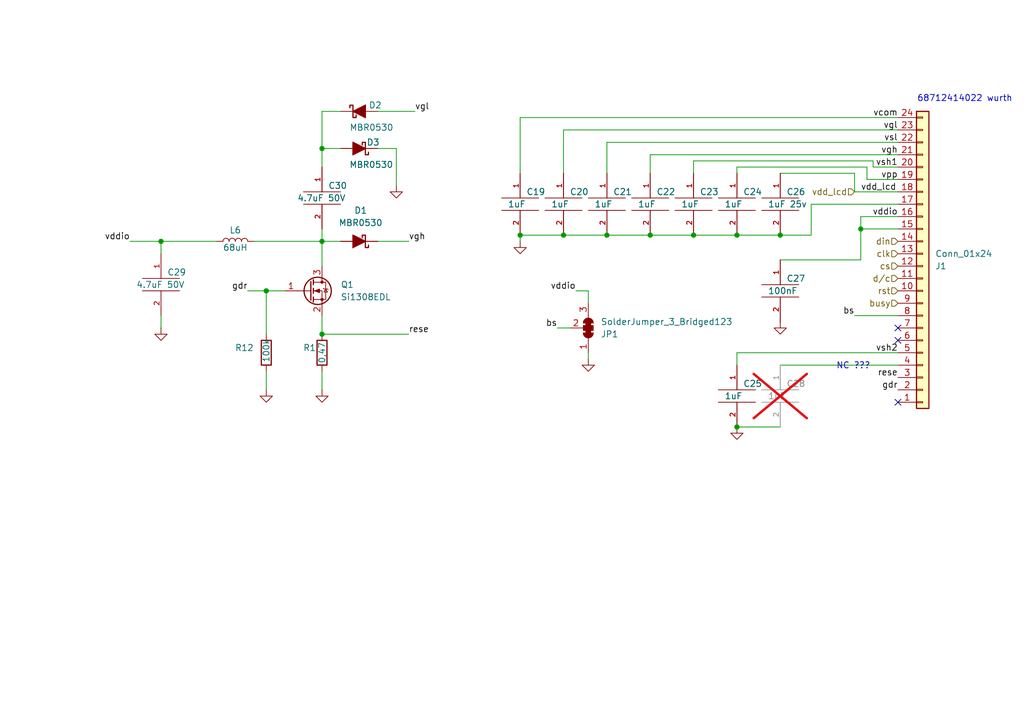
<source format=kicad_sch>
(kicad_sch (version 20231120) (generator "eeschema") (generator_version "8.0")
  (paper "A5")
  (title_block (date "2024-10-14") (rev "1.0.0"))
  (lib_symbols
    (symbol "Connector_Generic:Conn_01x24" (pin_names (offset 1.016) hide)
      (property "Reference" "J" (at 0 30.48 0))
      (property "Value" "Conn_01x24" (at 0 -33.02 0))
      (symbol "Conn_01x24_1_1"
        (rectangle (start -1.27 -30.353) (end 0 -30.607) (stroke (width 0.1524)))
        (rectangle (start -1.27 -27.813) (end 0 -28.067) (stroke (width 0.1524)))
        (rectangle (start -1.27 -25.273) (end 0 -25.527) (stroke (width 0.1524)))
        (rectangle (start -1.27 -22.733) (end 0 -22.987) (stroke (width 0.1524)))
        (rectangle (start -1.27 -20.193) (end 0 -20.447) (stroke (width 0.1524)))
        (rectangle (start -1.27 -17.653) (end 0 -17.907) (stroke (width 0.1524)))
        (rectangle (start -1.27 -15.113) (end 0 -15.367) (stroke (width 0.1524)))
        (rectangle (start -1.27 -12.573) (end 0 -12.827) (stroke (width 0.1524)))
        (rectangle (start -1.27 -10.033) (end 0 -10.287) (stroke (width 0.1524)))
        (rectangle (start -1.27 -7.493) (end 0 -7.747) (stroke (width 0.1524)))
        (rectangle (start -1.27 -4.953) (end 0 -5.207) (stroke (width 0.1524)))
        (rectangle (start -1.27 -2.413) (end 0 -2.667) (stroke (width 0.1524)))
        (rectangle (start -1.27 0.127) (end 0 -0.127) (stroke (width 0.1524)))
        (rectangle (start -1.27 2.667) (end 0 2.413) (stroke (width 0.1524)))
        (rectangle (start -1.27 5.207) (end 0 4.953) (stroke (width 0.1524)))
        (rectangle (start -1.27 7.747) (end 0 7.493) (stroke (width 0.1524)))
        (rectangle (start -1.27 10.287) (end 0 10.033) (stroke (width 0.1524)))
        (rectangle (start -1.27 12.827) (end 0 12.573) (stroke (width 0.1524)))
        (rectangle (start -1.27 15.367) (end 0 15.113) (stroke (width 0.1524)))
        (rectangle (start -1.27 17.907) (end 0 17.653) (stroke (width 0.1524)))
        (rectangle (start -1.27 20.447) (end 0 20.193) (stroke (width 0.1524)))
        (rectangle (start -1.27 22.987) (end 0 22.733) (stroke (width 0.1524)))
        (rectangle (start -1.27 25.527) (end 0 25.273) (stroke (width 0.1524)))
        (rectangle (start -1.27 28.067) (end 0 27.813) (stroke (width 0.1524)))
        (rectangle (start -1.27 29.21) (end 1.27 -31.75) (stroke (width 0.254)) (fill (type background)))
        (pin passive line (at -5.08 27.94 0) (length 3.81) (name "Pin_1") (number "1"))
        (pin passive line (at -5.08 5.08 0) (length 3.81) (name "Pin_10") (number "10"))
        (pin passive line (at -5.08 2.54 0) (length 3.81) (name "Pin_11") (number "11"))
        (pin passive line (at -5.08 0 0) (length 3.81) (name "Pin_12") (number "12"))
        (pin passive line (at -5.08 -2.54 0) (length 3.81) (name "Pin_13") (number "13"))
        (pin passive line (at -5.08 -5.08 0) (length 3.81) (name "Pin_14") (number "14"))
        (pin passive line (at -5.08 -7.62 0) (length 3.81) (name "Pin_15") (number "15"))
        (pin passive line (at -5.08 -10.16 0) (length 3.81) (name "Pin_16") (number "16"))
        (pin passive line (at -5.08 -12.7 0) (length 3.81) (name "Pin_17") (number "17"))
        (pin passive line (at -5.08 -15.24 0) (length 3.81) (name "Pin_18") (number "18"))
        (pin passive line (at -5.08 -17.78 0) (length 3.81) (name "Pin_19") (number "19"))
        (pin passive line (at -5.08 25.4 0) (length 3.81) (name "Pin_2") (number "2"))
        (pin passive line (at -5.08 -20.32 0) (length 3.81) (name "Pin_20") (number "20"))
        (pin passive line (at -5.08 -22.86 0) (length 3.81) (name "Pin_21") (number "21"))
        (pin passive line (at -5.08 -25.4 0) (length 3.81) (name "Pin_22") (number "22"))
        (pin passive line (at -5.08 -27.94 0) (length 3.81) (name "Pin_23") (number "23"))
        (pin passive line (at -5.08 -30.48 0) (length 3.81) (name "Pin_24") (number "24"))
        (pin passive line (at -5.08 22.86 0) (length 3.81) (name "Pin_3") (number "3"))
        (pin passive line (at -5.08 20.32 0) (length 3.81) (name "Pin_4") (number "4"))
        (pin passive line (at -5.08 17.78 0) (length 3.81) (name "Pin_5") (number "5"))
        (pin passive line (at -5.08 15.24 0) (length 3.81) (name "Pin_6") (number "6"))
        (pin passive line (at -5.08 12.7 0) (length 3.81) (name "Pin_7") (number "7"))
        (pin passive line (at -5.08 10.16 0) (length 3.81) (name "Pin_8") (number "8"))
        (pin passive line (at -5.08 7.62 0) (length 3.81) (name "Pin_9") (number "9"))
      )
    )
    (symbol "Device:L" (pin_numbers hide) (pin_names (offset 1.016) hide)
      (property "Reference" "L" (at -1.27 0 90))
      (property "Value" "L" (at 1.905 0 90))
      (symbol "L_0_1"
        (arc (start 0 -2.54) (mid 0.6323 -1.905) (end 0 -1.27))
        (arc (start 0 -1.27) (mid 0.6323 -0.635) (end 0 0))
        (arc (start 0 0) (mid 0.6323 0.635) (end 0 1.27))
        (arc (start 0 1.27) (mid 0.6323 1.905) (end 0 2.54))
      )
      (symbol "L_1_1"
        (pin passive line (at 0 3.81 270) (length 1.27) (name "1") (number "1"))
        (pin passive line (at 0 -3.81 90) (length 1.27) (name "2") (number "2"))
      )
    )
    (symbol "Device:R" (pin_numbers hide) (pin_names (offset 0))
      (property "Reference" "R" (at 2.032 0 90))
      (property "Value" "R" (at 0 0 90))
      (symbol "R_0_1"
        (rectangle (start -1.016 -2.54) (end 1.016 2.54) (stroke (width 0.254)))
      )
      (symbol "R_1_1"
        (pin passive line (at 0 3.81 270) (length 1.27) (name "~") (number "1"))
        (pin passive line (at 0 -3.81 90) (length 1.27) (name "~") (number "2"))
      )
    )
    (symbol "Jumper:SolderJumper_3_Bridged123" (pin_names (offset 0) hide) (exclude_from_sim yes) (in_bom no)
      (property "Reference" "JP" (at -2.54 -2.54 0))
      (property "Value" "SolderJumper_3_Bridged123" (at 0 2.794 0))
      (symbol "SolderJumper_3_Bridged123_0_1"
        (rectangle (start -1.016 0.508) (end -0.508 -0.508) (fill (type outline)))
        (arc (start -1.016 1.016) (mid -2.0276 0) (end -1.016 -1.016))
        (arc (start -1.016 1.016) (mid -2.0276 0) (end -1.016 -1.016) (fill (type outline)))
        (rectangle (start -0.508 1.016) (end 0.508 -1.016) (fill (type outline)))
        (polyline (pts (xy -2.54 0) (xy -2.032 0)))
        (polyline (pts (xy -1.016 1.016) (xy -1.016 -1.016)))
        (polyline (pts (xy 0 -1.27) (xy 0 -1.016)))
        (polyline (pts (xy 1.016 1.016) (xy 1.016 -1.016)))
        (polyline (pts (xy 2.54 0) (xy 2.032 0)))
        (rectangle (start 0.508 0.508) (end 1.016 -0.508) (fill (type outline)))
        (arc (start 1.016 -1.016) (mid 2.0276 0) (end 1.016 1.016))
        (arc (start 1.016 -1.016) (mid 2.0276 0) (end 1.016 1.016) (fill (type outline)))
      )
      (symbol "SolderJumper_3_Bridged123_1_1"
        (pin passive line (at -5.08 0 0) (length 2.54) (name "A") (number "1"))
        (pin passive line (at 0 -3.81 90) (length 2.54) (name "C") (number "2"))
        (pin passive line (at 5.08 0 180) (length 2.54) (name "B") (number "3"))
      )
    )
    (symbol "PCM_Diode_Schottky_AKL:MBR0530" (pin_numbers hide) (pin_names (offset 1.016) hide)
      (property "Reference" "D" (at 0 5.08 0))
      (property "Value" "MBR0530" (at 0 2.54 0))
      (symbol "MBR0530_0_1"
        (polyline (pts (xy -1.27 0) (xy 1.27 0)))
        (polyline (pts (xy -1.27 -1.27) (xy -1.27 1.27) (xy 1.27 0) (xy -1.27 -1.27)) (stroke (width 0.254)) (fill (type outline)))
        (polyline (pts (xy 1.905 -0.762) (xy 1.905 -1.27) (xy 1.27 -1.27) (xy 1.27 1.27) (xy 0.635 1.27) (xy 0.635 0.762)) (stroke (width 0.254)))
      )
      (symbol "MBR0530_0_2"
        (polyline (pts (xy -2.54 -2.54) (xy 2.54 2.54)))
        (polyline (pts (xy 0 1.778) (xy 1.778 0)) (stroke (width 0.254)))
        (polyline (pts (xy 0 1.778) (xy -0.381 1.397) (xy 0 1.016)) (stroke (width 0.254)))
        (polyline (pts (xy 1.778 0) (xy 2.159 0.381) (xy 1.778 0.762)) (stroke (width 0.254)))
        (polyline (pts (xy -0.889 -0.889) (xy -1.778 0) (xy 0.889 0.889) (xy 0 -1.778) (xy -0.889 -0.889)) (stroke (width 0.254)) (fill (type outline)))
      )
      (symbol "MBR0530_1_1"
        (pin passive line (at 3.81 0 180) (length 2.54) (name "K") (number "1"))
        (pin passive line (at -3.81 0 0) (length 2.54) (name "A") (number "2"))
      )
      (symbol "MBR0530_1_2"
        (pin passive line (at 2.54 2.54 180) (length 0) (name "K") (number "1"))
        (pin passive line (at -2.54 -2.54 0) (length 0) (name "A") (number "2"))
      )
    )
    (symbol "Transistor_FET:Si1308EDL" (pin_names hide)
      (property "Reference" "Q" (at 5.08 1.905 0))
      (property "Value" "Si1308EDL" (at 5.08 0 0))
      (symbol "Si1308EDL_0_1"
        (polyline (pts (xy 0.254 0) (xy -2.54 0)))
        (polyline (pts (xy 0.254 1.905) (xy 0.254 -1.905)) (stroke (width 0.254)))
        (polyline (pts (xy 0.762 -1.27) (xy 0.762 -2.286)) (stroke (width 0.254)))
        (polyline (pts (xy 0.762 0.508) (xy 0.762 -0.508)) (stroke (width 0.254)))
        (polyline (pts (xy 0.762 2.286) (xy 0.762 1.27)) (stroke (width 0.254)))
        (polyline (pts (xy 2.54 2.54) (xy 2.54 1.778)))
        (polyline (pts (xy 2.54 -2.54) (xy 2.54 0) (xy 0.762 0)))
        (polyline (pts (xy 0.762 -1.778) (xy 3.302 -1.778) (xy 3.302 1.778) (xy 0.762 1.778)))
        (polyline (pts (xy 1.016 0) (xy 2.032 0.381) (xy 2.032 -0.381) (xy 1.016 0)) (fill (type outline)))
        (polyline (pts (xy 2.794 0.508) (xy 2.921 0.381) (xy 3.683 0.381) (xy 3.81 0.254)))
        (polyline (pts (xy 3.302 0.381) (xy 2.921 -0.254) (xy 3.683 -0.254) (xy 3.302 0.381)))
        (circle (center 1.651 0) (radius 2.794) (stroke (width 0.254)))
        (circle (center 2.54 -1.778) (radius 0.254) (fill (type outline)))
        (circle (center 2.54 1.778) (radius 0.254) (fill (type outline)))
      )
      (symbol "Si1308EDL_1_1"
        (pin input line (at -5.08 0 0) (length 2.54) (name "G") (number "1"))
        (pin passive line (at 2.54 -5.08 90) (length 2.54) (name "S") (number "2"))
        (pin passive line (at 2.54 5.08 270) (length 2.54) (name "D") (number "3"))
      )
    )
    (symbol "power:GND" (power) (pin_numbers hide) (pin_names (offset 0) hide)
      (property "Value" "GND" (at 0 -3.81 0))
      (symbol "GND_0_1"
        (polyline (pts (xy 0 0) (xy 0 -1.27) (xy 1.27 -1.27) (xy 0 -2.54) (xy -1.27 -1.27) (xy 0 -1.27)))
      )
      (symbol "GND_1_1"
        (pin power_in line (at 0 0 270) (length 0) (name "~") (number "1"))
      )
    )
    (symbol "pspice:CAP" (pin_names (offset 0.254))
      (property "Reference" "C" (at 2.54 3.81 90))
      (property "Value" "CAP" (at 2.54 -3.81 90))
      (symbol "CAP_0_1"
        (polyline (pts (xy -3.81 -1.27) (xy 3.81 -1.27)))
        (polyline (pts (xy -3.81 1.27) (xy 3.81 1.27)))
      )
      (symbol "CAP_1_1"
        (pin passive line (at 0 6.35 270) (length 5.08) (name "~") (number "1"))
        (pin passive line (at 0 -6.35 90) (length 5.08) (name "~") (number "2"))
      )
    )
  )
  (junction (at 133.35 48.26))
  (junction (at 106.68 48.26))
  (junction (at 151.13 48.26))
  (junction (at 66.04 49.53))
  (junction (at 160.02 48.26))
  (junction (at 33.02 49.53))
  (junction (at 176.53 46.99))
  (junction (at 151.13 87.63))
  (junction (at 124.46 48.26))
  (junction (at 54.61 59.69))
  (junction (at 142.24 48.26))
  (junction (at 66.04 30.48))
  (junction (at 66.04 68.58))
  (junction (at 115.57 48.26))
  (no_connect (at 184.15 69.85))
  (no_connect (at 184.15 82.55))
  (no_connect (at 184.15 67.31))
  (wire (pts (xy 175.26 64.77) (xy 184.15 64.77)))
  (wire (pts (xy 33.02 49.53) (xy 33.02 52.07)))
  (wire (pts (xy 160.02 48.26) (xy 166.37 48.26)))
  (wire (pts (xy 184.15 29.21) (xy 124.46 29.21)))
  (wire (pts (xy 66.04 64.77) (xy 66.04 68.58)))
  (wire (pts (xy 83.82 68.58) (xy 66.04 68.58)))
  (wire (pts (xy 52.07 49.53) (xy 66.04 49.53)))
  (wire (pts (xy 184.15 31.75) (xy 133.35 31.75)))
  (wire (pts (xy 184.15 26.67) (xy 115.57 26.67)))
  (wire (pts (xy 66.04 22.86) (xy 66.04 30.48)))
  (wire (pts (xy 77.47 22.86) (xy 85.09 22.86)))
  (wire (pts (xy 81.28 30.48) (xy 77.47 30.48)))
  (wire (pts (xy 175.26 39.37) (xy 184.15 39.37)))
  (wire (pts (xy 124.46 48.26) (xy 133.35 48.26)))
  (wire (pts (xy 160.02 74.93) (xy 184.15 74.93)))
  (wire (pts (xy 151.13 34.29) (xy 151.13 35.56)))
  (wire (pts (xy 166.37 41.91) (xy 184.15 41.91)))
  (wire (pts (xy 142.24 33.02) (xy 142.24 35.56)))
  (wire (pts (xy 118.11 59.69) (xy 120.65 59.69)))
  (wire (pts (xy 120.65 73.66) (xy 120.65 72.39)))
  (wire (pts (xy 66.04 22.86) (xy 69.85 22.86)))
  (wire (pts (xy 114.3 67.31) (xy 116.84 67.31)))
  (wire (pts (xy 177.8 34.29) (xy 177.8 36.83)))
  (wire (pts (xy 124.46 29.21) (xy 124.46 35.56)))
  (wire (pts (xy 133.35 48.26) (xy 142.24 48.26)))
  (wire (pts (xy 54.61 76.2) (xy 54.61 80.01)))
  (wire (pts (xy 83.82 49.53) (xy 77.47 49.53)))
  (wire (pts (xy 54.61 59.69) (xy 58.42 59.69)))
  (wire (pts (xy 66.04 46.99) (xy 66.04 49.53)))
  (wire (pts (xy 176.53 46.99) (xy 176.53 53.34)))
  (wire (pts (xy 66.04 49.53) (xy 69.85 49.53)))
  (wire (pts (xy 33.02 64.77) (xy 33.02 67.31)))
  (wire (pts (xy 115.57 26.67) (xy 115.57 35.56)))
  (wire (pts (xy 69.85 30.48) (xy 66.04 30.48)))
  (wire (pts (xy 184.15 34.29) (xy 179.07 34.29)))
  (wire (pts (xy 142.24 48.26) (xy 151.13 48.26)))
  (wire (pts (xy 151.13 48.26) (xy 160.02 48.26)))
  (wire (pts (xy 106.68 49.53) (xy 106.68 48.26)))
  (wire (pts (xy 184.15 24.13) (xy 106.68 24.13)))
  (wire (pts (xy 81.28 38.1) (xy 81.28 30.48)))
  (wire (pts (xy 66.04 76.2) (xy 66.04 80.01)))
  (wire (pts (xy 54.61 59.69) (xy 54.61 68.58)))
  (wire (pts (xy 120.65 59.69) (xy 120.65 62.23)))
  (wire (pts (xy 176.53 53.34) (xy 160.02 53.34)))
  (wire (pts (xy 133.35 31.75) (xy 133.35 35.56)))
  (wire (pts (xy 33.02 49.53) (xy 44.45 49.53)))
  (wire (pts (xy 179.07 33.02) (xy 142.24 33.02)))
  (wire (pts (xy 66.04 30.48) (xy 66.04 34.29)))
  (wire (pts (xy 66.04 49.53) (xy 66.04 54.61)))
  (wire (pts (xy 166.37 48.26) (xy 166.37 41.91)))
  (wire (pts (xy 106.68 48.26) (xy 115.57 48.26)))
  (wire (pts (xy 176.53 46.99) (xy 184.15 46.99)))
  (wire (pts (xy 26.67 49.53) (xy 33.02 49.53)))
  (wire (pts (xy 179.07 34.29) (xy 179.07 33.02)))
  (wire (pts (xy 151.13 72.39) (xy 151.13 74.93)))
  (wire (pts (xy 106.68 24.13) (xy 106.68 35.56)))
  (wire (pts (xy 151.13 34.29) (xy 177.8 34.29)))
  (wire (pts (xy 176.53 44.45) (xy 176.53 46.99)))
  (wire (pts (xy 176.53 44.45) (xy 184.15 44.45)))
  (wire (pts (xy 175.26 39.37) (xy 175.26 35.56)))
  (wire (pts (xy 50.8 59.69) (xy 54.61 59.69)))
  (wire (pts (xy 151.13 87.63) (xy 160.02 87.63)))
  (wire (pts (xy 115.57 48.26) (xy 124.46 48.26)))
  (wire (pts (xy 175.26 35.56) (xy 160.02 35.56)))
  (wire (pts (xy 177.8 36.83) (xy 184.15 36.83)))
  (wire (pts (xy 184.15 72.39) (xy 151.13 72.39)))
  (text "68712414022 wurth\n" (at 197.866 20.32 0) (effects (font (size 1.27 1.27))))
  (text "NC ???\n" (at 175.006 75.184 0) (effects (font (size 1.27 1.27))))
  (label "vsh1" (at 184.15 34.29 180))
  (label "vgh" (at 184.15 31.75 180))
  (label "vgl" (at 85.09 22.86 0))
  (label "rese" (at 83.82 68.58 0))
  (label "vdd_lcd" (at 176.53 39.37 0))
  (label "vsh2" (at 184.15 72.39 180))
  (label "vgl" (at 184.15 26.67 180))
  (label "vsl" (at 184.15 29.21 180))
  (label "rese" (at 184.15 77.47 180))
  (label "bs" (at 114.3 67.31 180))
  (label "vddio" (at 184.15 44.45 180))
  (label "vpp" (at 184.15 36.83 180))
  (label "bs" (at 175.26 64.77 180))
  (label "vgh" (at 83.82 49.53 0))
  (label "gdr" (at 184.15 80.01 180))
  (label "vddio" (at 118.11 59.69 180))
  (label "vcom" (at 184.15 24.13 180))
  (label "gdr" (at 50.8 59.69 180))
  (label "vddio" (at 26.67 49.53 180))
  (hierarchical_label "clk" (shape input) (at 184.15 52.07 180))
  (hierarchical_label "rst" (shape input) (at 184.15 59.69 180))
  (hierarchical_label "cs" (shape input) (at 184.15 54.61 180))
  (hierarchical_label "busy" (shape input) (at 184.15 62.23 180))
  (hierarchical_label "d{slash}c" (shape input) (at 184.15 57.15 180))
  (hierarchical_label "din" (shape input) (at 184.15 49.53 180))
  (hierarchical_label "vdd_lcd" (shape input) (at 175.26 39.37 180))
  (symbol (lib_id "power:GND") (at 160.02 66.04 0) (mirror y) (unit 1)
    (property "Reference" "#PWR05" (effects (hide yes)))
    (property "Value" "GND" (effects (hide yes)))
  )
  (symbol (lib_id "pspice:CAP") (at 142.24 41.91 0) (unit 1)
    (property "Reference" "C23" (at 143.51 39.37 0) (effects (justify left)))
    (property "Value" "1uF" (at 139.7 41.91 0) (effects (justify left)))
    (property "Footprint" "Capacitor_SMD:C_0402_1005Metric" (effects (hide yes)))
    (property "LCSC" "C1525" (effects (hide yes)))
  )
  (symbol (lib_id "Transistor_FET:Si1308EDL") (at 63.5 59.69 0) (unit 1)
    (property "Reference" "Q1" (at 69.85 58.4199 0) (effects (justify left)))
    (property "Value" "Si1308EDL" (at 69.85 60.9599 0) (effects (justify left)))
    (property "Footprint" "Package_TO_SOT_SMD:SOT-323_SC-70" (effects (hide yes)))
    (property "Datasheet" "https://www.vishay.com/docs/63399/si1308edl.pdf" (effects (hide yes)))
    (property "Description" "30V Vds, 1.4A Id, N-Channel MOSFET, SC-70" (effects (hide yes)))
  )
  (symbol (lib_id "PCM_Diode_Schottky_AKL:MBR0530") (at 73.66 22.86 180) (unit 1)
    (property "Reference" "D2" (at 76.962 21.59 0))
    (property "Value" "MBR0530" (at 76.2 26.162 0))
    (property "Footprint" "PCM_Diode_SMD_AKL:D_SOD-123" (effects (hide yes)))
    (property "Datasheet" "https://www.tme.eu/Document/e987606cc6458777179b56c0f188b5da/MBR0530T1G.PDF" (effects (hide yes)))
    (property "Description" "SOD-123 Schottky diode, 30V, 0.5A, Alternate KiCAD Library" (effects (hide yes)))
  )
  (symbol (lib_id "pspice:CAP") (at 66.04 40.64 0) (unit 1)
    (property "Reference" "C30" (at 67.31 38.1 0) (effects (justify left)))
    (property "Value" "4.7uF 50V" (at 60.96 40.64 0) (effects (justify left)))
    (property "Footprint" "Capacitor_SMD:C_0805_2012Metric" (effects (hide yes)))
    (property "LCSC" "C19666" (effects (hide yes)))
    (property "pn" "C19666 " (effects (hide yes)))
  )
  (symbol (lib_id "PCM_Diode_Schottky_AKL:MBR0530") (at 73.66 49.53 0) (unit 1)
    (property "Reference" "D1" (at 73.9775 43.18 0))
    (property "Value" "MBR0530" (at 73.9775 45.72 0))
    (property "Footprint" "PCM_Diode_SMD_AKL:D_SOD-123" (effects (hide yes)))
    (property "Datasheet" "https://www.tme.eu/Document/e987606cc6458777179b56c0f188b5da/MBR0530T1G.PDF" (effects (hide yes)))
    (property "Description" "SOD-123 Schottky diode, 30V, 0.5A, Alternate KiCAD Library" (effects (hide yes)))
  )
  (symbol (lib_id "power:GND") (at 106.68 49.53 0) (mirror y) (unit 1)
    (property "Reference" "#PWR01" (effects (hide yes)))
    (property "Value" "GND" (effects (hide yes)))
  )
  (symbol (lib_id "power:GND") (at 33.02 67.31 0) (mirror y) (unit 1)
    (property "Reference" "#PWR013" (effects (hide yes)))
    (property "Value" "GND" (effects (hide yes)))
  )
  (symbol (lib_id "Connector_Generic:Conn_01x24") (at 189.23 54.61 0) (mirror x) (unit 1)
    (property "Reference" "J1" (at 191.77 54.6101 0) (effects (justify left)))
    (property "Value" "Conn_01x24" (at 191.77 52.0701 0) (effects (justify left)))
    (property "Footprint" "Connector_FFC-FPC:TE_2-1734839-4_1x24-1MP_P0.5mm_Horizontal" (effects (hide yes)))
    (property "Description" "Generic connector, single row, 01x24, script generated (kicad-library-utils/schlib/autogen/connector/)" (effects (hide yes)))
  )
  (symbol (lib_id "pspice:CAP") (at 106.68 41.91 0) (unit 1)
    (property "Reference" "C19" (at 107.95 39.37 0) (effects (justify left)))
    (property "Value" "1uF" (at 104.14 41.91 0) (effects (justify left)))
    (property "Footprint" "Capacitor_SMD:C_0402_1005Metric" (effects (hide yes)))
    (property "LCSC" "C1525" (effects (hide yes)))
  )
  (symbol (lib_id "pspice:CAP") (at 115.57 41.91 0) (unit 1)
    (property "Reference" "C20" (at 116.84 39.37 0) (effects (justify left)))
    (property "Value" "1uF" (at 113.03 41.91 0) (effects (justify left)))
    (property "Footprint" "Capacitor_SMD:C_0402_1005Metric" (effects (hide yes)))
    (property "LCSC" "C1525" (effects (hide yes)))
  )
  (symbol (lib_id "pspice:CAP") (at 160.02 41.91 0) (unit 1)
    (property "Reference" "C26" (at 161.29 39.37 0) (effects (justify left)))
    (property "Value" "1uF 25v" (at 157.48 41.91 0) (effects (justify left)))
    (property "Footprint" "Capacitor_SMD:C_0402_1005Metric" (effects (hide yes)))
    (property "LCSC" "C1525" (effects (hide yes)))
  )
  (symbol (lib_id "power:GND") (at 81.28 38.1 0) (mirror y) (unit 1)
    (property "Reference" "#PWR014" (effects (hide yes)))
    (property "Value" "GND" (effects (hide yes)))
  )
  (symbol (lib_id "Jumper:SolderJumper_3_Bridged123") (at 120.65 67.31 270) (mirror x) (unit 1) (exclude_from_sim yes) (in_bom no)
    (property "Reference" "JP1" (at 123.19 68.5801 90) (effects (justify left)))
    (property "Value" "SolderJumper_3_Bridged123" (at 123.19 66.0401 90) (effects (justify left)))
    (property "Footprint" "Jumper:SolderJumper-3_P1.3mm_Bridged12_Pad1.0x1.5mm" (effects (hide yes)))
    (property "Description" "Solder Jumper, 3-pole, pins 1+2+3 closed/bridged" (effects (hide yes)))
  )
  (symbol (lib_id "PCM_Diode_Schottky_AKL:MBR0530") (at 73.66 30.48 0) (unit 1)
    (property "Reference" "D3" (at 75.184 29.21 0) (effects (justify left)))
    (property "Value" "MBR0530" (at 71.628 33.782 0) (effects (justify left)))
    (property "Footprint" "PCM_Diode_SMD_AKL:D_SOD-123" (effects (hide yes)))
    (property "Datasheet" "https://www.tme.eu/Document/e987606cc6458777179b56c0f188b5da/MBR0530T1G.PDF" (effects (hide yes)))
    (property "Description" "SOD-123 Schottky diode, 30V, 0.5A, Alternate KiCAD Library" (effects (hide yes)))
  )
  (symbol (lib_id "power:GND") (at 54.61 80.01 0) (mirror y) (unit 1)
    (property "Reference" "#PWR017" (effects (hide yes)))
    (property "Value" "GND" (effects (hide yes)))
  )
  (symbol (lib_id "Device:R") (at 66.04 72.39 0) (mirror y) (unit 1)
    (property "Reference" "R1" (at 63.5 71.374 0))
    (property "Value" "0,47" (at 66.04 72.39 90))
    (property "Footprint" "Resistor_SMD:R_0402_1005Metric" (effects (hide yes)))
  )
  (symbol (lib_id "pspice:CAP") (at 160.02 59.69 0) (unit 1)
    (property "Reference" "C27" (at 161.29 57.15 0) (effects (justify left)))
    (property "Value" "100nF" (at 157.48 59.69 0) (effects (justify left)))
    (property "Footprint" "Capacitor_SMD:C_0402_1005Metric" (effects (hide yes)))
    (property "LCSC" "C1525" (effects (hide yes)))
  )
  (symbol (lib_id "pspice:CAP") (at 33.02 58.42 0) (unit 1)
    (property "Reference" "C29" (at 34.29 55.88 0) (effects (justify left)))
    (property "Value" "4.7uF 50V" (at 27.94 58.42 0) (effects (justify left)))
    (property "Footprint" "Capacitor_SMD:C_0805_2012Metric" (effects (hide yes)))
    (property "LCSC" "C19666" (effects (hide yes)))
    (property "pn" "C19666 " (effects (hide yes)))
  )
  (symbol (lib_id "pspice:CAP") (at 133.35 41.91 0) (unit 1)
    (property "Reference" "C22" (at 134.62 39.37 0) (effects (justify left)))
    (property "Value" "1uF" (at 130.81 41.91 0) (effects (justify left)))
    (property "Footprint" "Capacitor_SMD:C_0402_1005Metric" (effects (hide yes)))
    (property "LCSC" "C1525" (effects (hide yes)))
  )
  (symbol (lib_id "pspice:CAP") (at 151.13 41.91 0) (unit 1)
    (property "Reference" "C24" (at 152.4 39.37 0) (effects (justify left)))
    (property "Value" "1uF" (at 148.59 41.91 0) (effects (justify left)))
    (property "Footprint" "Capacitor_SMD:C_0402_1005Metric" (effects (hide yes)))
    (property "LCSC" "C1525" (effects (hide yes)))
  )
  (symbol (lib_id "power:GND") (at 120.65 73.66 0) (mirror y) (unit 1)
    (property "Reference" "#PWR015" (effects (hide yes)))
    (property "Value" "GND" (effects (hide yes)))
  )
  (symbol (lib_id "pspice:CAP") (at 151.13 81.28 0) (unit 1)
    (property "Reference" "C25" (at 152.4 78.74 0) (effects (justify left)))
    (property "Value" "1uF" (at 148.59 81.28 0) (effects (justify left)))
    (property "Footprint" "Capacitor_SMD:C_0402_1005Metric" (effects (hide yes)))
    (property "LCSC" "C1525" (effects (hide yes)))
  )
  (symbol (lib_id "power:GND") (at 151.13 87.63 0) (mirror y) (unit 1)
    (property "Reference" "#PWR04" (effects (hide yes)))
    (property "Value" "GND" (effects (hide yes)))
  )
  (symbol (lib_id "power:GND") (at 66.04 80.01 0) (mirror y) (unit 1)
    (property "Reference" "#PWR016" (effects (hide yes)))
    (property "Value" "GND" (effects (hide yes)))
  )
  (symbol (lib_id "pspice:CAP") (at 160.02 81.28 0) (unit 1) (dnp yes)
    (property "Reference" "C28" (at 161.29 78.74 0) (effects (justify left)))
    (property "Value" "1uF" (at 157.48 81.28 0) (effects (justify left)))
    (property "Footprint" "Capacitor_SMD:C_0402_1005Metric" (effects (hide yes)))
    (property "LCSC" "C1525" (effects (hide yes)))
  )
  (symbol (lib_id "Device:R") (at 54.61 72.39 0) (mirror y) (unit 1)
    (property "Reference" "R12" (at 52.07 71.374 0) (effects (justify left)))
    (property "Value" "100k" (at 54.61 74.422 90) (effects (justify left)))
    (property "Footprint" "Resistor_SMD:R_0402_1005Metric" (effects (hide yes)))
    (property "JLCPCB" "C25767" (effects (hide yes)))
    (property "LCSC" "C25767" (effects (hide yes)))
  )
  (symbol (lib_id "pspice:CAP") (at 124.46 41.91 0) (unit 1)
    (property "Reference" "C21" (at 125.73 39.37 0) (effects (justify left)))
    (property "Value" "1uF" (at 121.92 41.91 0) (effects (justify left)))
    (property "Footprint" "Capacitor_SMD:C_0402_1005Metric" (effects (hide yes)))
    (property "LCSC" "C1525" (effects (hide yes)))
  )
  (symbol (lib_id "Device:L") (at 48.26 49.53 90) (unit 1)
    (property "Reference" "L6" (at 48.26 47.244 90))
    (property "Value" "68uH" (at 48.26 50.8 90))
    (property "Footprint" "Inductor_SMD:L_1206_3216Metric" (effects (hide yes)))
    (property "Description" "CBC3225T680KR" (effects (hide yes)))
  )
)
</source>
